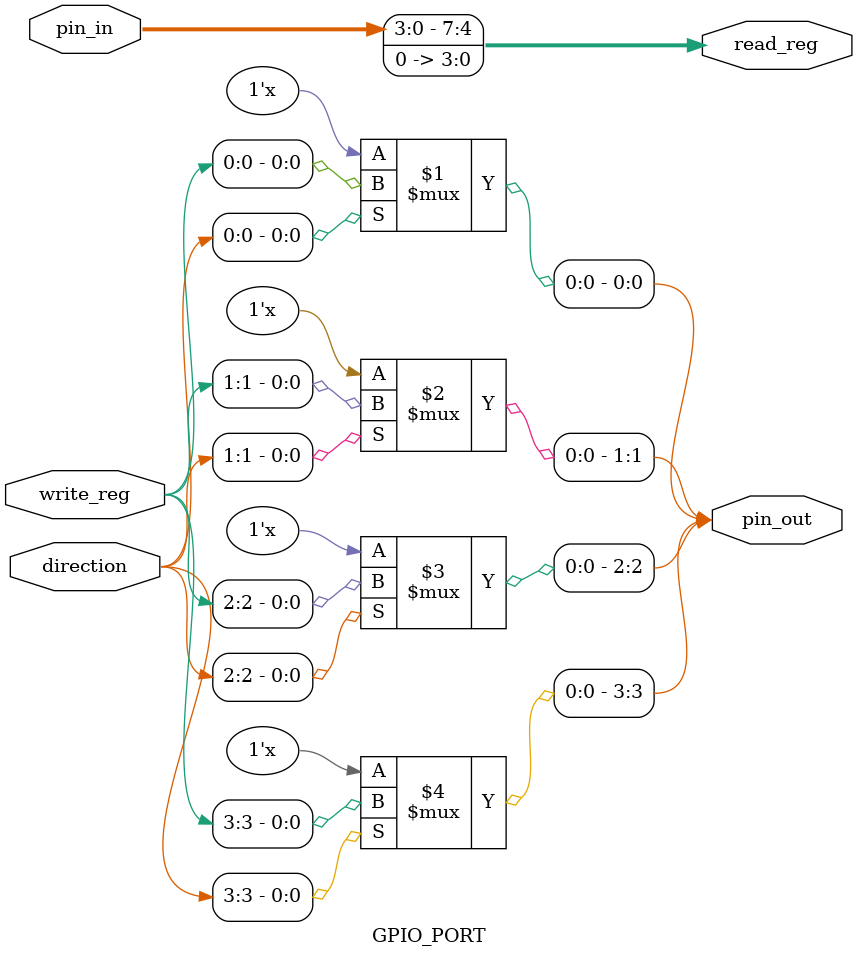
<source format=v>
`timescale 1ns / 1ps



module GPIO_PORT(
    
    input [7:0] direction,
    
    input [7:0] write_reg,      
    (* keep *)output [7:0] read_reg,
    
    input [3:0] pin_in,
    output [3:0] pin_out
    //antes estava inout, mas ao sintetizar dava problemas
    
);    
    
    assign pin_out[0] = direction[0] ? write_reg[0] : 1'bz;
    assign pin_out[1] = direction[1] ? write_reg[1] : 1'bz;
    assign pin_out[2] = direction[2] ? write_reg[2] : 1'bz;
    assign pin_out[3] = direction[3] ? write_reg[3] : 1'bz;
    //assign pin[4] = direction[4] ? write_reg[4] : 1'bz;
    //assign pin[5] = direction[5] ? write_reg[5] : 1'bz;
    //assign pin[6] = direction[6] ? write_reg[6] : 1'bz;
    //assign pin[7] = direction[7] ? write_reg[7] : 1'bz;
    
    
    assign read_reg = {pin_in, 4'b0};
endmodule


</source>
